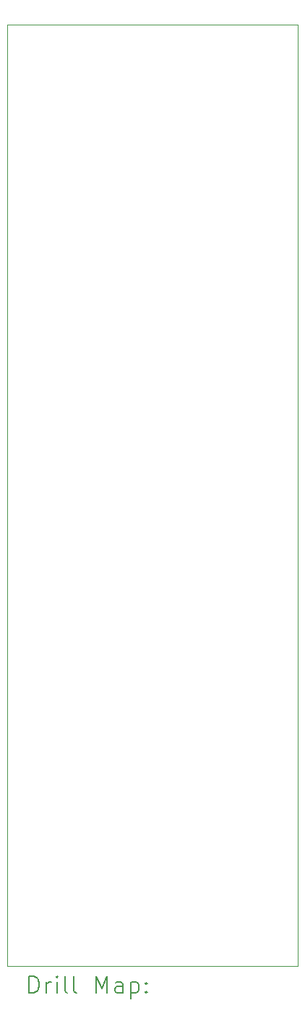
<source format=gbr>
%FSLAX45Y45*%
G04 Gerber Fmt 4.5, Leading zero omitted, Abs format (unit mm)*
G04 Created by KiCad (PCBNEW (6.0.1)) date 2022-09-12 17:15:29*
%MOMM*%
%LPD*%
G01*
G04 APERTURE LIST*
%TA.AperFunction,Profile*%
%ADD10C,0.050000*%
%TD*%
%ADD11C,0.200000*%
G04 APERTURE END LIST*
D10*
X10417500Y-3932500D02*
X13817500Y-3932500D01*
X13817500Y-14932500D02*
X10417500Y-14932500D01*
X10417500Y-3932500D02*
X10417500Y-14932500D01*
X13817500Y-3932500D02*
X13817500Y-14932500D01*
D11*
X10672619Y-15245476D02*
X10672619Y-15045476D01*
X10720238Y-15045476D01*
X10748810Y-15055000D01*
X10767857Y-15074048D01*
X10777381Y-15093095D01*
X10786905Y-15131190D01*
X10786905Y-15159762D01*
X10777381Y-15197857D01*
X10767857Y-15216905D01*
X10748810Y-15235952D01*
X10720238Y-15245476D01*
X10672619Y-15245476D01*
X10872619Y-15245476D02*
X10872619Y-15112143D01*
X10872619Y-15150238D02*
X10882143Y-15131190D01*
X10891667Y-15121667D01*
X10910714Y-15112143D01*
X10929762Y-15112143D01*
X10996429Y-15245476D02*
X10996429Y-15112143D01*
X10996429Y-15045476D02*
X10986905Y-15055000D01*
X10996429Y-15064524D01*
X11005952Y-15055000D01*
X10996429Y-15045476D01*
X10996429Y-15064524D01*
X11120238Y-15245476D02*
X11101190Y-15235952D01*
X11091667Y-15216905D01*
X11091667Y-15045476D01*
X11225000Y-15245476D02*
X11205952Y-15235952D01*
X11196428Y-15216905D01*
X11196428Y-15045476D01*
X11453571Y-15245476D02*
X11453571Y-15045476D01*
X11520238Y-15188333D01*
X11586905Y-15045476D01*
X11586905Y-15245476D01*
X11767857Y-15245476D02*
X11767857Y-15140714D01*
X11758333Y-15121667D01*
X11739286Y-15112143D01*
X11701190Y-15112143D01*
X11682143Y-15121667D01*
X11767857Y-15235952D02*
X11748809Y-15245476D01*
X11701190Y-15245476D01*
X11682143Y-15235952D01*
X11672619Y-15216905D01*
X11672619Y-15197857D01*
X11682143Y-15178809D01*
X11701190Y-15169286D01*
X11748809Y-15169286D01*
X11767857Y-15159762D01*
X11863095Y-15112143D02*
X11863095Y-15312143D01*
X11863095Y-15121667D02*
X11882143Y-15112143D01*
X11920238Y-15112143D01*
X11939286Y-15121667D01*
X11948809Y-15131190D01*
X11958333Y-15150238D01*
X11958333Y-15207381D01*
X11948809Y-15226428D01*
X11939286Y-15235952D01*
X11920238Y-15245476D01*
X11882143Y-15245476D01*
X11863095Y-15235952D01*
X12044048Y-15226428D02*
X12053571Y-15235952D01*
X12044048Y-15245476D01*
X12034524Y-15235952D01*
X12044048Y-15226428D01*
X12044048Y-15245476D01*
X12044048Y-15121667D02*
X12053571Y-15131190D01*
X12044048Y-15140714D01*
X12034524Y-15131190D01*
X12044048Y-15121667D01*
X12044048Y-15140714D01*
M02*

</source>
